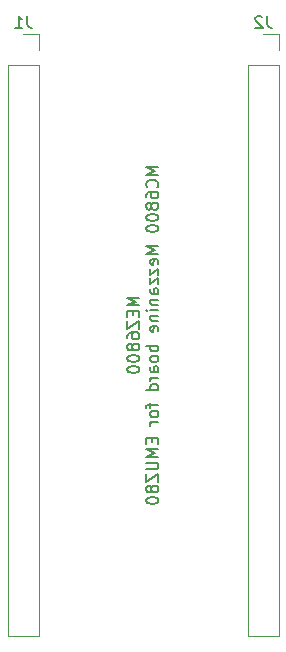
<source format=gbo>
G04 #@! TF.GenerationSoftware,KiCad,Pcbnew,(6.0.7-1)-1*
G04 #@! TF.CreationDate,2022-09-10T00:17:00+09:00*
G04 #@! TF.ProjectId,MEZ6800,4d455a36-3830-4302-9e6b-696361645f70,A*
G04 #@! TF.SameCoordinates,PX5f5e100PY8f0d180*
G04 #@! TF.FileFunction,Legend,Bot*
G04 #@! TF.FilePolarity,Positive*
%FSLAX46Y46*%
G04 Gerber Fmt 4.6, Leading zero omitted, Abs format (unit mm)*
G04 Created by KiCad (PCBNEW (6.0.7-1)-1) date 2022-09-10 00:17:00*
%MOMM*%
%LPD*%
G01*
G04 APERTURE LIST*
%ADD10C,0.150000*%
%ADD11C,0.120000*%
G04 APERTURE END LIST*
D10*
X13617380Y34416667D02*
X12617380Y34416667D01*
X13331666Y34083334D01*
X12617380Y33750000D01*
X13617380Y33750000D01*
X13093571Y33273810D02*
X13093571Y32940477D01*
X13617380Y32797620D02*
X13617380Y33273810D01*
X12617380Y33273810D01*
X12617380Y32797620D01*
X12617380Y32464286D02*
X12617380Y31797620D01*
X13617380Y32464286D01*
X13617380Y31797620D01*
X12617380Y30988096D02*
X12617380Y31178572D01*
X12665000Y31273810D01*
X12712619Y31321429D01*
X12855476Y31416667D01*
X13045952Y31464286D01*
X13426904Y31464286D01*
X13522142Y31416667D01*
X13569761Y31369048D01*
X13617380Y31273810D01*
X13617380Y31083334D01*
X13569761Y30988096D01*
X13522142Y30940477D01*
X13426904Y30892858D01*
X13188809Y30892858D01*
X13093571Y30940477D01*
X13045952Y30988096D01*
X12998333Y31083334D01*
X12998333Y31273810D01*
X13045952Y31369048D01*
X13093571Y31416667D01*
X13188809Y31464286D01*
X13045952Y30321429D02*
X12998333Y30416667D01*
X12950714Y30464286D01*
X12855476Y30511905D01*
X12807857Y30511905D01*
X12712619Y30464286D01*
X12665000Y30416667D01*
X12617380Y30321429D01*
X12617380Y30130953D01*
X12665000Y30035715D01*
X12712619Y29988096D01*
X12807857Y29940477D01*
X12855476Y29940477D01*
X12950714Y29988096D01*
X12998333Y30035715D01*
X13045952Y30130953D01*
X13045952Y30321429D01*
X13093571Y30416667D01*
X13141190Y30464286D01*
X13236428Y30511905D01*
X13426904Y30511905D01*
X13522142Y30464286D01*
X13569761Y30416667D01*
X13617380Y30321429D01*
X13617380Y30130953D01*
X13569761Y30035715D01*
X13522142Y29988096D01*
X13426904Y29940477D01*
X13236428Y29940477D01*
X13141190Y29988096D01*
X13093571Y30035715D01*
X13045952Y30130953D01*
X12617380Y29321429D02*
X12617380Y29226191D01*
X12665000Y29130953D01*
X12712619Y29083334D01*
X12807857Y29035715D01*
X12998333Y28988096D01*
X13236428Y28988096D01*
X13426904Y29035715D01*
X13522142Y29083334D01*
X13569761Y29130953D01*
X13617380Y29226191D01*
X13617380Y29321429D01*
X13569761Y29416667D01*
X13522142Y29464286D01*
X13426904Y29511905D01*
X13236428Y29559524D01*
X12998333Y29559524D01*
X12807857Y29511905D01*
X12712619Y29464286D01*
X12665000Y29416667D01*
X12617380Y29321429D01*
X12617380Y28369048D02*
X12617380Y28273810D01*
X12665000Y28178572D01*
X12712619Y28130953D01*
X12807857Y28083334D01*
X12998333Y28035715D01*
X13236428Y28035715D01*
X13426904Y28083334D01*
X13522142Y28130953D01*
X13569761Y28178572D01*
X13617380Y28273810D01*
X13617380Y28369048D01*
X13569761Y28464286D01*
X13522142Y28511905D01*
X13426904Y28559524D01*
X13236428Y28607143D01*
X12998333Y28607143D01*
X12807857Y28559524D01*
X12712619Y28511905D01*
X12665000Y28464286D01*
X12617380Y28369048D01*
X15227380Y45488096D02*
X14227380Y45488096D01*
X14941666Y45154762D01*
X14227380Y44821429D01*
X15227380Y44821429D01*
X15132142Y43773810D02*
X15179761Y43821429D01*
X15227380Y43964286D01*
X15227380Y44059524D01*
X15179761Y44202381D01*
X15084523Y44297620D01*
X14989285Y44345239D01*
X14798809Y44392858D01*
X14655952Y44392858D01*
X14465476Y44345239D01*
X14370238Y44297620D01*
X14275000Y44202381D01*
X14227380Y44059524D01*
X14227380Y43964286D01*
X14275000Y43821429D01*
X14322619Y43773810D01*
X14227380Y42916667D02*
X14227380Y43107143D01*
X14275000Y43202381D01*
X14322619Y43250001D01*
X14465476Y43345239D01*
X14655952Y43392858D01*
X15036904Y43392858D01*
X15132142Y43345239D01*
X15179761Y43297620D01*
X15227380Y43202381D01*
X15227380Y43011905D01*
X15179761Y42916667D01*
X15132142Y42869048D01*
X15036904Y42821429D01*
X14798809Y42821429D01*
X14703571Y42869048D01*
X14655952Y42916667D01*
X14608333Y43011905D01*
X14608333Y43202381D01*
X14655952Y43297620D01*
X14703571Y43345239D01*
X14798809Y43392858D01*
X14655952Y42250001D02*
X14608333Y42345239D01*
X14560714Y42392858D01*
X14465476Y42440477D01*
X14417857Y42440477D01*
X14322619Y42392858D01*
X14275000Y42345239D01*
X14227380Y42250001D01*
X14227380Y42059524D01*
X14275000Y41964286D01*
X14322619Y41916667D01*
X14417857Y41869048D01*
X14465476Y41869048D01*
X14560714Y41916667D01*
X14608333Y41964286D01*
X14655952Y42059524D01*
X14655952Y42250001D01*
X14703571Y42345239D01*
X14751190Y42392858D01*
X14846428Y42440477D01*
X15036904Y42440477D01*
X15132142Y42392858D01*
X15179761Y42345239D01*
X15227380Y42250001D01*
X15227380Y42059524D01*
X15179761Y41964286D01*
X15132142Y41916667D01*
X15036904Y41869048D01*
X14846428Y41869048D01*
X14751190Y41916667D01*
X14703571Y41964286D01*
X14655952Y42059524D01*
X14227380Y41250001D02*
X14227380Y41154762D01*
X14275000Y41059524D01*
X14322619Y41011905D01*
X14417857Y40964286D01*
X14608333Y40916667D01*
X14846428Y40916667D01*
X15036904Y40964286D01*
X15132142Y41011905D01*
X15179761Y41059524D01*
X15227380Y41154762D01*
X15227380Y41250001D01*
X15179761Y41345239D01*
X15132142Y41392858D01*
X15036904Y41440477D01*
X14846428Y41488096D01*
X14608333Y41488096D01*
X14417857Y41440477D01*
X14322619Y41392858D01*
X14275000Y41345239D01*
X14227380Y41250001D01*
X14227380Y40297620D02*
X14227380Y40202381D01*
X14275000Y40107143D01*
X14322619Y40059524D01*
X14417857Y40011905D01*
X14608333Y39964286D01*
X14846428Y39964286D01*
X15036904Y40011905D01*
X15132142Y40059524D01*
X15179761Y40107143D01*
X15227380Y40202381D01*
X15227380Y40297620D01*
X15179761Y40392858D01*
X15132142Y40440477D01*
X15036904Y40488096D01*
X14846428Y40535715D01*
X14608333Y40535715D01*
X14417857Y40488096D01*
X14322619Y40440477D01*
X14275000Y40392858D01*
X14227380Y40297620D01*
X15227380Y38773810D02*
X14227380Y38773810D01*
X14941666Y38440477D01*
X14227380Y38107143D01*
X15227380Y38107143D01*
X15179761Y37250001D02*
X15227380Y37345239D01*
X15227380Y37535715D01*
X15179761Y37630953D01*
X15084523Y37678572D01*
X14703571Y37678572D01*
X14608333Y37630953D01*
X14560714Y37535715D01*
X14560714Y37345239D01*
X14608333Y37250001D01*
X14703571Y37202381D01*
X14798809Y37202381D01*
X14894047Y37678572D01*
X14560714Y36869048D02*
X14560714Y36345239D01*
X15227380Y36869048D01*
X15227380Y36345239D01*
X14560714Y36059524D02*
X14560714Y35535715D01*
X15227380Y36059524D01*
X15227380Y35535715D01*
X15227380Y34726191D02*
X14703571Y34726191D01*
X14608333Y34773810D01*
X14560714Y34869048D01*
X14560714Y35059524D01*
X14608333Y35154762D01*
X15179761Y34726191D02*
X15227380Y34821429D01*
X15227380Y35059524D01*
X15179761Y35154762D01*
X15084523Y35202381D01*
X14989285Y35202381D01*
X14894047Y35154762D01*
X14846428Y35059524D01*
X14846428Y34821429D01*
X14798809Y34726191D01*
X14560714Y34250001D02*
X15227380Y34250001D01*
X14655952Y34250001D02*
X14608333Y34202381D01*
X14560714Y34107143D01*
X14560714Y33964286D01*
X14608333Y33869048D01*
X14703571Y33821429D01*
X15227380Y33821429D01*
X15227380Y33345239D02*
X14560714Y33345239D01*
X14227380Y33345239D02*
X14275000Y33392858D01*
X14322619Y33345239D01*
X14275000Y33297620D01*
X14227380Y33345239D01*
X14322619Y33345239D01*
X14560714Y32869048D02*
X15227380Y32869048D01*
X14655952Y32869048D02*
X14608333Y32821429D01*
X14560714Y32726191D01*
X14560714Y32583334D01*
X14608333Y32488096D01*
X14703571Y32440477D01*
X15227380Y32440477D01*
X15179761Y31583334D02*
X15227380Y31678572D01*
X15227380Y31869048D01*
X15179761Y31964286D01*
X15084523Y32011905D01*
X14703571Y32011905D01*
X14608333Y31964286D01*
X14560714Y31869048D01*
X14560714Y31678572D01*
X14608333Y31583334D01*
X14703571Y31535715D01*
X14798809Y31535715D01*
X14894047Y32011905D01*
X15227380Y30345239D02*
X14227380Y30345239D01*
X14608333Y30345239D02*
X14560714Y30250001D01*
X14560714Y30059524D01*
X14608333Y29964286D01*
X14655952Y29916667D01*
X14751190Y29869048D01*
X15036904Y29869048D01*
X15132142Y29916667D01*
X15179761Y29964286D01*
X15227380Y30059524D01*
X15227380Y30250001D01*
X15179761Y30345239D01*
X15227380Y29297620D02*
X15179761Y29392858D01*
X15132142Y29440477D01*
X15036904Y29488096D01*
X14751190Y29488096D01*
X14655952Y29440477D01*
X14608333Y29392858D01*
X14560714Y29297620D01*
X14560714Y29154762D01*
X14608333Y29059524D01*
X14655952Y29011905D01*
X14751190Y28964286D01*
X15036904Y28964286D01*
X15132142Y29011905D01*
X15179761Y29059524D01*
X15227380Y29154762D01*
X15227380Y29297620D01*
X15227380Y28107143D02*
X14703571Y28107143D01*
X14608333Y28154762D01*
X14560714Y28250001D01*
X14560714Y28440477D01*
X14608333Y28535715D01*
X15179761Y28107143D02*
X15227380Y28202381D01*
X15227380Y28440477D01*
X15179761Y28535715D01*
X15084523Y28583334D01*
X14989285Y28583334D01*
X14894047Y28535715D01*
X14846428Y28440477D01*
X14846428Y28202381D01*
X14798809Y28107143D01*
X15227380Y27630953D02*
X14560714Y27630953D01*
X14751190Y27630953D02*
X14655952Y27583334D01*
X14608333Y27535715D01*
X14560714Y27440477D01*
X14560714Y27345239D01*
X15227380Y26583334D02*
X14227380Y26583334D01*
X15179761Y26583334D02*
X15227380Y26678572D01*
X15227380Y26869048D01*
X15179761Y26964286D01*
X15132142Y27011905D01*
X15036904Y27059524D01*
X14751190Y27059524D01*
X14655952Y27011905D01*
X14608333Y26964286D01*
X14560714Y26869048D01*
X14560714Y26678572D01*
X14608333Y26583334D01*
X14560714Y25488096D02*
X14560714Y25107143D01*
X15227380Y25345239D02*
X14370238Y25345239D01*
X14275000Y25297620D01*
X14227380Y25202381D01*
X14227380Y25107143D01*
X15227380Y24630953D02*
X15179761Y24726191D01*
X15132142Y24773810D01*
X15036904Y24821429D01*
X14751190Y24821429D01*
X14655952Y24773810D01*
X14608333Y24726191D01*
X14560714Y24630953D01*
X14560714Y24488096D01*
X14608333Y24392858D01*
X14655952Y24345239D01*
X14751190Y24297620D01*
X15036904Y24297620D01*
X15132142Y24345239D01*
X15179761Y24392858D01*
X15227380Y24488096D01*
X15227380Y24630953D01*
X15227380Y23869048D02*
X14560714Y23869048D01*
X14751190Y23869048D02*
X14655952Y23821429D01*
X14608333Y23773810D01*
X14560714Y23678572D01*
X14560714Y23583334D01*
X14703571Y22488096D02*
X14703571Y22154762D01*
X15227380Y22011905D02*
X15227380Y22488096D01*
X14227380Y22488096D01*
X14227380Y22011905D01*
X15227380Y21583334D02*
X14227380Y21583334D01*
X14941666Y21250001D01*
X14227380Y20916667D01*
X15227380Y20916667D01*
X14227380Y20440477D02*
X15036904Y20440477D01*
X15132142Y20392858D01*
X15179761Y20345239D01*
X15227380Y20250001D01*
X15227380Y20059524D01*
X15179761Y19964286D01*
X15132142Y19916667D01*
X15036904Y19869048D01*
X14227380Y19869048D01*
X14227380Y19488096D02*
X14227380Y18821429D01*
X15227380Y19488096D01*
X15227380Y18821429D01*
X14655952Y18297620D02*
X14608333Y18392858D01*
X14560714Y18440477D01*
X14465476Y18488096D01*
X14417857Y18488096D01*
X14322619Y18440477D01*
X14275000Y18392858D01*
X14227380Y18297620D01*
X14227380Y18107143D01*
X14275000Y18011905D01*
X14322619Y17964286D01*
X14417857Y17916667D01*
X14465476Y17916667D01*
X14560714Y17964286D01*
X14608333Y18011905D01*
X14655952Y18107143D01*
X14655952Y18297620D01*
X14703571Y18392858D01*
X14751190Y18440477D01*
X14846428Y18488096D01*
X15036904Y18488096D01*
X15132142Y18440477D01*
X15179761Y18392858D01*
X15227380Y18297620D01*
X15227380Y18107143D01*
X15179761Y18011905D01*
X15132142Y17964286D01*
X15036904Y17916667D01*
X14846428Y17916667D01*
X14751190Y17964286D01*
X14703571Y18011905D01*
X14655952Y18107143D01*
X14227380Y17297620D02*
X14227380Y17202381D01*
X14275000Y17107143D01*
X14322619Y17059524D01*
X14417857Y17011905D01*
X14608333Y16964286D01*
X14846428Y16964286D01*
X15036904Y17011905D01*
X15132142Y17059524D01*
X15179761Y17107143D01*
X15227380Y17202381D01*
X15227380Y17297620D01*
X15179761Y17392858D01*
X15132142Y17440477D01*
X15036904Y17488096D01*
X14846428Y17535715D01*
X14608333Y17535715D01*
X14417857Y17488096D01*
X14322619Y17440477D01*
X14275000Y17392858D01*
X14227380Y17297620D01*
X24463333Y58252620D02*
X24463333Y57538334D01*
X24510952Y57395477D01*
X24606190Y57300239D01*
X24749047Y57252620D01*
X24844285Y57252620D01*
X24034761Y58157381D02*
X23987142Y58205000D01*
X23891904Y58252620D01*
X23653809Y58252620D01*
X23558571Y58205000D01*
X23510952Y58157381D01*
X23463333Y58062143D01*
X23463333Y57966905D01*
X23510952Y57824048D01*
X24082380Y57252620D01*
X23463333Y57252620D01*
X4143333Y58252620D02*
X4143333Y57538334D01*
X4190952Y57395477D01*
X4286190Y57300239D01*
X4429047Y57252620D01*
X4524285Y57252620D01*
X3143333Y57252620D02*
X3714761Y57252620D01*
X3429047Y57252620D02*
X3429047Y58252620D01*
X3524285Y58109762D01*
X3619523Y58014524D01*
X3714761Y57966905D01*
D11*
X22800000Y54105000D02*
X22800000Y5785000D01*
X25460000Y56705000D02*
X24130000Y56705000D01*
X25460000Y54105000D02*
X22800000Y54105000D01*
X25460000Y5785000D02*
X22800000Y5785000D01*
X25460000Y54105000D02*
X25460000Y5785000D01*
X25460000Y55375000D02*
X25460000Y56705000D01*
X2480000Y54105000D02*
X2480000Y5785000D01*
X5140000Y54105000D02*
X2480000Y54105000D01*
X5140000Y55375000D02*
X5140000Y56705000D01*
X5140000Y5785000D02*
X2480000Y5785000D01*
X5140000Y54105000D02*
X5140000Y5785000D01*
X5140000Y56705000D02*
X3810000Y56705000D01*
M02*

</source>
